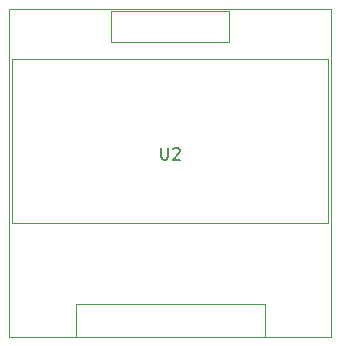
<source format=gbr>
%TF.GenerationSoftware,KiCad,Pcbnew,(5.1.8)-1*%
%TF.CreationDate,2021-01-27T21:30:17-05:00*%
%TF.ProjectId,ergo_60_case,6572676f-5f36-4305-9f63-6173652e6b69,rev?*%
%TF.SameCoordinates,Original*%
%TF.FileFunction,Legend,Top*%
%TF.FilePolarity,Positive*%
%FSLAX46Y46*%
G04 Gerber Fmt 4.6, Leading zero omitted, Abs format (unit mm)*
G04 Created by KiCad (PCBNEW (5.1.8)-1) date 2021-01-27 21:30:17*
%MOMM*%
%LPD*%
G01*
G04 APERTURE LIST*
%ADD10C,0.120000*%
%ADD11C,0.150000*%
G04 APERTURE END LIST*
D10*
%TO.C,U2*%
X214000000Y-143100000D02*
X198000000Y-143100000D01*
X198000000Y-143100000D02*
X198000000Y-145900000D01*
X214000000Y-145900000D02*
X214000000Y-143100000D01*
X219350000Y-136270000D02*
X219350000Y-122370000D01*
X219350000Y-122370000D02*
X192650000Y-122370000D01*
X201000000Y-118300000D02*
X201000000Y-120900000D01*
X211000000Y-120900000D02*
X201000000Y-120900000D01*
X211000000Y-118300000D02*
X211000000Y-120900000D01*
X201000000Y-118300000D02*
X211000000Y-118300000D01*
X192650000Y-136270000D02*
X192650000Y-122370000D01*
X192350000Y-145900000D02*
X192350000Y-118100000D01*
X219650000Y-145900000D02*
X192350000Y-145900000D01*
X219650000Y-118100000D02*
X219650000Y-145900000D01*
X192350000Y-118100000D02*
X219650000Y-118100000D01*
X219350000Y-136270000D02*
X192650000Y-136270000D01*
D11*
X205258095Y-129876380D02*
X205258095Y-130685904D01*
X205305714Y-130781142D01*
X205353333Y-130828761D01*
X205448571Y-130876380D01*
X205639047Y-130876380D01*
X205734285Y-130828761D01*
X205781904Y-130781142D01*
X205829523Y-130685904D01*
X205829523Y-129876380D01*
X206258095Y-129971619D02*
X206305714Y-129924000D01*
X206400952Y-129876380D01*
X206639047Y-129876380D01*
X206734285Y-129924000D01*
X206781904Y-129971619D01*
X206829523Y-130066857D01*
X206829523Y-130162095D01*
X206781904Y-130304952D01*
X206210476Y-130876380D01*
X206829523Y-130876380D01*
%TD*%
M02*

</source>
